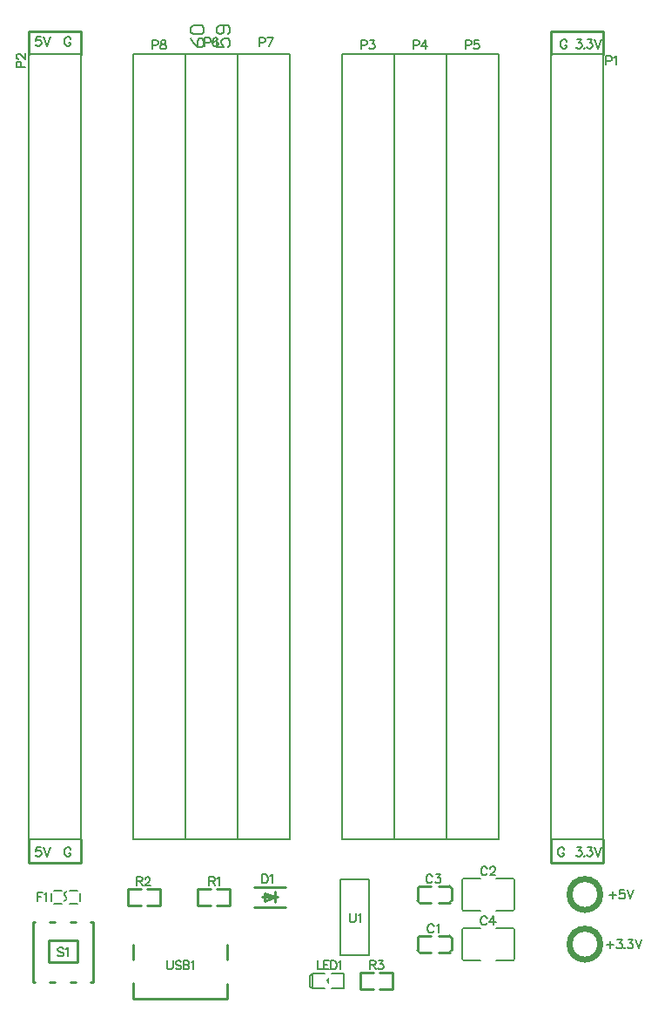
<source format=gto>
G04*
G04 #@! TF.GenerationSoftware,Altium Limited,Altium Designer,21.3.2 (30)*
G04*
G04 Layer_Color=65535*
%FSLAX25Y25*%
%MOIN*%
G70*
G04*
G04 #@! TF.SameCoordinates,2023AB48-87E7-4F87-960C-B21D90223C06*
G04*
G04*
G04 #@! TF.FilePolarity,Positive*
G04*
G01*
G75*
%ADD10C,0.00600*%
%ADD11C,0.02362*%
%ADD12C,0.01000*%
%ADD13C,0.00598*%
%ADD14C,0.00787*%
%ADD15C,0.00591*%
%ADD16C,0.00800*%
G36*
X131086Y5583D02*
X131126Y8417D01*
X130102Y7000D01*
X131086Y5583D01*
D02*
G37*
D10*
X201519Y14785D02*
G03*
X202118Y15385I0J600D01*
G01*
Y26615D02*
G03*
X201519Y27215I-600J0D01*
G01*
X181933Y15385D02*
G03*
X182533Y14785I600J0D01*
G01*
Y27215D02*
G03*
X181933Y26615I0J-600D01*
G01*
X201467Y33785D02*
G03*
X202067Y34385I0J600D01*
G01*
Y45615D02*
G03*
X201467Y46215I-600J0D01*
G01*
X181881Y34385D02*
G03*
X182482Y33785I600J0D01*
G01*
Y46215D02*
G03*
X181881Y45615I0J-600D01*
G01*
X202118Y15385D02*
Y26615D01*
X195081Y27215D02*
X201519D01*
X195081Y14785D02*
X201519D01*
X182533Y27215D02*
X188970D01*
X182533Y14785D02*
X188970D01*
X181933Y15385D02*
Y26615D01*
X202067Y34385D02*
Y45615D01*
X195030Y46215D02*
X201467D01*
X195030Y33785D02*
X201467D01*
X182482Y46215D02*
X188918D01*
X182482Y33785D02*
X188918D01*
X181881Y34385D02*
Y45615D01*
X146200Y16900D02*
Y45900D01*
X135200Y16900D02*
X146200D01*
X135200D02*
Y45900D01*
X146200D01*
X83434Y365919D02*
X84891D01*
X85377Y366081D01*
X85539Y366243D01*
X85701Y366567D01*
Y367052D01*
X85539Y367376D01*
X85377Y367538D01*
X84891Y367700D01*
X83434D01*
Y364300D01*
X88404Y367214D02*
X88242Y367538D01*
X87756Y367700D01*
X87433D01*
X86947Y367538D01*
X86623Y367052D01*
X86461Y366243D01*
Y365434D01*
X86623Y364786D01*
X86947Y364462D01*
X87433Y364300D01*
X87594D01*
X88080Y364462D01*
X88404Y364786D01*
X88566Y365272D01*
Y365434D01*
X88404Y365919D01*
X88080Y366243D01*
X87594Y366405D01*
X87433D01*
X86947Y366243D01*
X86623Y365919D01*
X86461Y365434D01*
X222028Y366190D02*
X221866Y366514D01*
X221542Y366837D01*
X221219Y366999D01*
X220571D01*
X220248Y366837D01*
X219924Y366514D01*
X219762Y366190D01*
X219600Y365704D01*
Y364895D01*
X219762Y364409D01*
X219924Y364086D01*
X220248Y363762D01*
X220571Y363600D01*
X221219D01*
X221542Y363762D01*
X221866Y364086D01*
X222028Y364409D01*
Y364895D01*
X221219D02*
X222028D01*
X225924Y366999D02*
X227704D01*
X226733Y365704D01*
X227219D01*
X227542Y365542D01*
X227704Y365381D01*
X227866Y364895D01*
Y364571D01*
X227704Y364086D01*
X227381Y363762D01*
X226895Y363600D01*
X226409D01*
X225924Y363762D01*
X225762Y363924D01*
X225600Y364247D01*
X228789Y363924D02*
X228627Y363762D01*
X228789Y363600D01*
X228951Y363762D01*
X228789Y363924D01*
X230019Y366999D02*
X231800D01*
X230828Y365704D01*
X231314D01*
X231638Y365542D01*
X231800Y365381D01*
X231961Y364895D01*
Y364571D01*
X231800Y364086D01*
X231476Y363762D01*
X230990Y363600D01*
X230505D01*
X230019Y363762D01*
X229857Y363924D01*
X229695Y364247D01*
X232722Y366999D02*
X234017Y363600D01*
X235312Y366999D02*
X234017Y363600D01*
X20542Y367999D02*
X18924D01*
X18762Y366542D01*
X18924Y366704D01*
X19409Y366866D01*
X19895D01*
X20381Y366704D01*
X20704Y366381D01*
X20866Y365895D01*
Y365571D01*
X20704Y365086D01*
X20381Y364762D01*
X19895Y364600D01*
X19409D01*
X18924Y364762D01*
X18762Y364924D01*
X18600Y365248D01*
X21627Y367999D02*
X22922Y364600D01*
X24217Y367999D02*
X22922Y364600D01*
X32028Y367190D02*
X31866Y367514D01*
X31542Y367837D01*
X31219Y367999D01*
X30571D01*
X30248Y367837D01*
X29924Y367514D01*
X29762Y367190D01*
X29600Y366704D01*
Y365895D01*
X29762Y365409D01*
X29924Y365086D01*
X30248Y364762D01*
X30571Y364600D01*
X31219D01*
X31542Y364762D01*
X31866Y365086D01*
X32028Y365409D01*
Y365895D01*
X31219D02*
X32028D01*
X225924Y57999D02*
X227704D01*
X226733Y56704D01*
X227219D01*
X227542Y56542D01*
X227704Y56381D01*
X227866Y55895D01*
Y55571D01*
X227704Y55086D01*
X227381Y54762D01*
X226895Y54600D01*
X226409D01*
X225924Y54762D01*
X225762Y54924D01*
X225600Y55247D01*
X228789Y54924D02*
X228627Y54762D01*
X228789Y54600D01*
X228951Y54762D01*
X228789Y54924D01*
X230019Y57999D02*
X231800D01*
X230828Y56704D01*
X231314D01*
X231638Y56542D01*
X231800Y56381D01*
X231961Y55895D01*
Y55571D01*
X231800Y55086D01*
X231476Y54762D01*
X230990Y54600D01*
X230505D01*
X230019Y54762D01*
X229857Y54924D01*
X229695Y55247D01*
X232722Y57999D02*
X234017Y54600D01*
X235312Y57999D02*
X234017Y54600D01*
X221028Y57190D02*
X220866Y57514D01*
X220542Y57837D01*
X220219Y57999D01*
X219571D01*
X219248Y57837D01*
X218924Y57514D01*
X218762Y57190D01*
X218600Y56704D01*
Y55895D01*
X218762Y55409D01*
X218924Y55086D01*
X219248Y54762D01*
X219571Y54600D01*
X220219D01*
X220542Y54762D01*
X220866Y55086D01*
X221028Y55409D01*
Y55895D01*
X220219D02*
X221028D01*
X32028Y57190D02*
X31866Y57514D01*
X31542Y57837D01*
X31219Y57999D01*
X30571D01*
X30248Y57837D01*
X29924Y57514D01*
X29762Y57190D01*
X29600Y56704D01*
Y55895D01*
X29762Y55409D01*
X29924Y55086D01*
X30248Y54762D01*
X30571Y54600D01*
X31219D01*
X31542Y54762D01*
X31866Y55086D01*
X32028Y55409D01*
Y55895D01*
X31219D02*
X32028D01*
X20542Y57999D02*
X18924D01*
X18762Y56542D01*
X18924Y56704D01*
X19409Y56866D01*
X19895D01*
X20381Y56704D01*
X20704Y56381D01*
X20866Y55895D01*
Y55571D01*
X20704Y55086D01*
X20381Y54762D01*
X19895Y54600D01*
X19409D01*
X18924Y54762D01*
X18762Y54924D01*
X18600Y55247D01*
X21627Y57999D02*
X22922Y54600D01*
X24217Y57999D02*
X22922Y54600D01*
X68966Y14700D02*
Y12272D01*
X69128Y11786D01*
X69451Y11462D01*
X69937Y11300D01*
X70261D01*
X70746Y11462D01*
X71070Y11786D01*
X71232Y12272D01*
Y14700D01*
X74437Y14214D02*
X74113Y14538D01*
X73628Y14700D01*
X72980D01*
X72495Y14538D01*
X72171Y14214D01*
Y13890D01*
X72333Y13567D01*
X72495Y13405D01*
X72818Y13243D01*
X73790Y12919D01*
X74113Y12757D01*
X74275Y12595D01*
X74437Y12272D01*
Y11786D01*
X74113Y11462D01*
X73628Y11300D01*
X72980D01*
X72495Y11462D01*
X72171Y11786D01*
X75198Y14700D02*
Y11300D01*
Y14700D02*
X76655D01*
X77140Y14538D01*
X77302Y14376D01*
X77464Y14052D01*
Y13728D01*
X77302Y13405D01*
X77140Y13243D01*
X76655Y13081D01*
X75198D02*
X76655D01*
X77140Y12919D01*
X77302Y12757D01*
X77464Y12433D01*
Y11948D01*
X77302Y11624D01*
X77140Y11462D01*
X76655Y11300D01*
X75198D01*
X78225Y14052D02*
X78549Y14214D01*
X79034Y14700D01*
Y11300D01*
X138993Y32700D02*
Y30272D01*
X139155Y29786D01*
X139478Y29462D01*
X139964Y29300D01*
X140288D01*
X140773Y29462D01*
X141097Y29786D01*
X141259Y30272D01*
Y32700D01*
X142198Y32052D02*
X142522Y32214D01*
X143007Y32700D01*
Y29300D01*
X238642Y22214D02*
Y19300D01*
X237185Y20757D02*
X240099D01*
X241426Y22700D02*
X243207D01*
X242236Y21405D01*
X242721D01*
X243045Y21243D01*
X243207Y21081D01*
X243369Y20595D01*
Y20272D01*
X243207Y19786D01*
X242883Y19462D01*
X242397Y19300D01*
X241912D01*
X241426Y19462D01*
X241264Y19624D01*
X241103Y19948D01*
X244291Y19624D02*
X244129Y19462D01*
X244291Y19300D01*
X244453Y19462D01*
X244291Y19624D01*
X245522Y22700D02*
X247302D01*
X246331Y21405D01*
X246816D01*
X247140Y21243D01*
X247302Y21081D01*
X247464Y20595D01*
Y20272D01*
X247302Y19786D01*
X246978Y19462D01*
X246493Y19300D01*
X246007D01*
X245522Y19462D01*
X245360Y19624D01*
X245198Y19948D01*
X248225Y22700D02*
X249520Y19300D01*
X250815Y22700D02*
X249520Y19300D01*
X239690Y41214D02*
Y38300D01*
X238233Y39757D02*
X241147D01*
X244093Y41700D02*
X242474D01*
X242312Y40243D01*
X242474Y40405D01*
X242959Y40567D01*
X243445D01*
X243931Y40405D01*
X244254Y40081D01*
X244416Y39595D01*
Y39272D01*
X244254Y38786D01*
X243931Y38462D01*
X243445Y38300D01*
X242959D01*
X242474Y38462D01*
X242312Y38624D01*
X242150Y38948D01*
X245177Y41700D02*
X246472Y38300D01*
X247767Y41700D02*
X246472Y38300D01*
X29348Y19214D02*
X29024Y19538D01*
X28539Y19700D01*
X27891D01*
X27406Y19538D01*
X27082Y19214D01*
Y18890D01*
X27244Y18567D01*
X27406Y18405D01*
X27729Y18243D01*
X28701Y17919D01*
X29024Y17757D01*
X29186Y17595D01*
X29348Y17272D01*
Y16786D01*
X29024Y16462D01*
X28539Y16300D01*
X27891D01*
X27406Y16462D01*
X27082Y16786D01*
X30109Y19052D02*
X30433Y19214D01*
X30918Y19700D01*
Y16300D01*
X146652Y14700D02*
Y11300D01*
Y14700D02*
X148109D01*
X148595Y14538D01*
X148757Y14376D01*
X148918Y14052D01*
Y13728D01*
X148757Y13405D01*
X148595Y13243D01*
X148109Y13081D01*
X146652D01*
X147785D02*
X148918Y11300D01*
X150003Y14700D02*
X151784D01*
X150812Y13405D01*
X151298D01*
X151622Y13243D01*
X151784Y13081D01*
X151945Y12595D01*
Y12272D01*
X151784Y11786D01*
X151460Y11462D01*
X150974Y11300D01*
X150489D01*
X150003Y11462D01*
X149841Y11624D01*
X149679Y11948D01*
X57353Y46700D02*
Y43300D01*
Y46700D02*
X58810D01*
X59296Y46538D01*
X59458Y46376D01*
X59620Y46052D01*
Y45728D01*
X59458Y45405D01*
X59296Y45243D01*
X58810Y45081D01*
X57353D01*
X58486D02*
X59620Y43300D01*
X60542Y45890D02*
Y46052D01*
X60704Y46376D01*
X60866Y46538D01*
X61190Y46700D01*
X61837D01*
X62161Y46538D01*
X62323Y46376D01*
X62485Y46052D01*
Y45728D01*
X62323Y45405D01*
X61999Y44919D01*
X60380Y43300D01*
X62647D01*
X85082Y46700D02*
Y43300D01*
Y46700D02*
X86539D01*
X87024Y46538D01*
X87186Y46376D01*
X87348Y46052D01*
Y45728D01*
X87186Y45405D01*
X87024Y45243D01*
X86539Y45081D01*
X85082D01*
X86215D02*
X87348Y43300D01*
X88109Y46052D02*
X88433Y46214D01*
X88918Y46700D01*
Y43300D01*
X63353Y364919D02*
X64810D01*
X65296Y365081D01*
X65458Y365243D01*
X65620Y365567D01*
Y366052D01*
X65458Y366376D01*
X65296Y366538D01*
X64810Y366700D01*
X63353D01*
Y363300D01*
X67190Y366700D02*
X66704Y366538D01*
X66542Y366214D01*
Y365890D01*
X66704Y365567D01*
X67028Y365405D01*
X67675Y365243D01*
X68161Y365081D01*
X68485Y364757D01*
X68647Y364434D01*
Y363948D01*
X68485Y363624D01*
X68323Y363462D01*
X67837Y363300D01*
X67190D01*
X66704Y363462D01*
X66542Y363624D01*
X66380Y363948D01*
Y364434D01*
X66542Y364757D01*
X66866Y365081D01*
X67352Y365243D01*
X67999Y365405D01*
X68323Y365567D01*
X68485Y365890D01*
Y366214D01*
X68323Y366538D01*
X67837Y366700D01*
X67190D01*
X104353Y365919D02*
X105810D01*
X106296Y366081D01*
X106458Y366243D01*
X106620Y366567D01*
Y367052D01*
X106458Y367376D01*
X106296Y367538D01*
X105810Y367700D01*
X104353D01*
Y364300D01*
X109647Y367700D02*
X108028Y364300D01*
X107380Y367700D02*
X109647D01*
X183353Y364919D02*
X184810D01*
X185296Y365081D01*
X185458Y365243D01*
X185620Y365567D01*
Y366052D01*
X185458Y366376D01*
X185296Y366538D01*
X184810Y366700D01*
X183353D01*
Y363300D01*
X188323Y366700D02*
X186704D01*
X186542Y365243D01*
X186704Y365405D01*
X187190Y365567D01*
X187675D01*
X188161Y365405D01*
X188485Y365081D01*
X188647Y364595D01*
Y364272D01*
X188485Y363786D01*
X188161Y363462D01*
X187675Y363300D01*
X187190D01*
X186704Y363462D01*
X186542Y363624D01*
X186380Y363948D01*
X163273Y364919D02*
X164729D01*
X165215Y365081D01*
X165377Y365243D01*
X165539Y365567D01*
Y366052D01*
X165377Y366376D01*
X165215Y366538D01*
X164729Y366700D01*
X163273D01*
Y363300D01*
X167918Y366700D02*
X166299Y364434D01*
X168728D01*
X167918Y366700D02*
Y363300D01*
X143353Y364919D02*
X144810D01*
X145296Y365081D01*
X145458Y365243D01*
X145620Y365567D01*
Y366052D01*
X145458Y366376D01*
X145296Y366538D01*
X144810Y366700D01*
X143353D01*
Y363300D01*
X146704Y366700D02*
X148485D01*
X147513Y365405D01*
X147999D01*
X148323Y365243D01*
X148485Y365081D01*
X148647Y364595D01*
Y364272D01*
X148485Y363786D01*
X148161Y363462D01*
X147675Y363300D01*
X147190D01*
X146704Y363462D01*
X146542Y363624D01*
X146380Y363948D01*
X13081Y356353D02*
Y357810D01*
X12919Y358296D01*
X12757Y358458D01*
X12433Y358620D01*
X11948D01*
X11624Y358458D01*
X11462Y358296D01*
X11300Y357810D01*
Y356353D01*
X14700D01*
X12110Y359542D02*
X11948D01*
X11624Y359704D01*
X11462Y359866D01*
X11300Y360190D01*
Y360837D01*
X11462Y361161D01*
X11624Y361323D01*
X11948Y361485D01*
X12272D01*
X12595Y361323D01*
X13081Y360999D01*
X14700Y359380D01*
Y361647D01*
X237082Y358919D02*
X238539D01*
X239024Y359081D01*
X239186Y359243D01*
X239348Y359567D01*
Y360052D01*
X239186Y360376D01*
X239024Y360538D01*
X238539Y360700D01*
X237082D01*
Y357300D01*
X240109Y360052D02*
X240433Y360214D01*
X240918Y360700D01*
Y357300D01*
X126589Y14700D02*
Y11300D01*
X128532D01*
X131008Y14700D02*
X128904D01*
Y11300D01*
X131008D01*
X128904Y13081D02*
X130199D01*
X131575Y14700D02*
Y11300D01*
Y14700D02*
X132708D01*
X133193Y14538D01*
X133517Y14214D01*
X133679Y13890D01*
X133841Y13405D01*
Y12595D01*
X133679Y12110D01*
X133517Y11786D01*
X133193Y11462D01*
X132708Y11300D01*
X131575D01*
X134602Y14052D02*
X134925Y14214D01*
X135411Y14700D01*
Y11300D01*
X19383Y40700D02*
Y37300D01*
Y40700D02*
X21488D01*
X19383Y39081D02*
X20678D01*
X21876Y40052D02*
X22200Y40214D01*
X22686Y40700D01*
Y37300D01*
X105389Y47700D02*
Y44300D01*
Y47700D02*
X106522D01*
X107008Y47538D01*
X107331Y47214D01*
X107493Y46890D01*
X107655Y46405D01*
Y45595D01*
X107493Y45110D01*
X107331Y44786D01*
X107008Y44462D01*
X106522Y44300D01*
X105389D01*
X108416Y47052D02*
X108740Y47214D01*
X109225Y47700D01*
Y44300D01*
X191523Y30890D02*
X191361Y31214D01*
X191037Y31538D01*
X190713Y31700D01*
X190066D01*
X189742Y31538D01*
X189418Y31214D01*
X189256Y30890D01*
X189094Y30405D01*
Y29595D01*
X189256Y29110D01*
X189418Y28786D01*
X189742Y28462D01*
X190066Y28300D01*
X190713D01*
X191037Y28462D01*
X191361Y28786D01*
X191523Y29110D01*
X194096Y31700D02*
X192478Y29434D01*
X194906D01*
X194096Y31700D02*
Y28300D01*
X170603Y46890D02*
X170442Y47214D01*
X170118Y47538D01*
X169794Y47700D01*
X169147D01*
X168823Y47538D01*
X168499Y47214D01*
X168337Y46890D01*
X168175Y46405D01*
Y45595D01*
X168337Y45110D01*
X168499Y44786D01*
X168823Y44462D01*
X169147Y44300D01*
X169794D01*
X170118Y44462D01*
X170442Y44786D01*
X170603Y45110D01*
X171882Y47700D02*
X173663D01*
X172692Y46405D01*
X173177D01*
X173501Y46243D01*
X173663Y46081D01*
X173825Y45595D01*
Y45272D01*
X173663Y44786D01*
X173339Y44462D01*
X172853Y44300D01*
X172368D01*
X171882Y44462D01*
X171720Y44624D01*
X171558Y44948D01*
X191603Y49890D02*
X191442Y50214D01*
X191118Y50538D01*
X190794Y50700D01*
X190147D01*
X189823Y50538D01*
X189499Y50214D01*
X189337Y49890D01*
X189175Y49405D01*
Y48595D01*
X189337Y48110D01*
X189499Y47786D01*
X189823Y47462D01*
X190147Y47300D01*
X190794D01*
X191118Y47462D01*
X191442Y47786D01*
X191603Y48110D01*
X192720Y49890D02*
Y50052D01*
X192882Y50376D01*
X193044Y50538D01*
X193368Y50700D01*
X194015D01*
X194339Y50538D01*
X194501Y50376D01*
X194663Y50052D01*
Y49728D01*
X194501Y49405D01*
X194177Y48919D01*
X192558Y47300D01*
X194825D01*
X171245Y27890D02*
X171083Y28214D01*
X170760Y28538D01*
X170436Y28700D01*
X169788D01*
X169465Y28538D01*
X169141Y28214D01*
X168979Y27890D01*
X168817Y27405D01*
Y26595D01*
X168979Y26110D01*
X169141Y25786D01*
X169465Y25462D01*
X169788Y25300D01*
X170436D01*
X170760Y25462D01*
X171083Y25786D01*
X171245Y26110D01*
X172200Y28052D02*
X172524Y28214D01*
X173010Y28700D01*
Y25300D01*
D11*
X234906Y21000D02*
G03*
X234906Y21000I-5906J0D01*
G01*
Y40000D02*
G03*
X234906Y40000I-5906J0D01*
G01*
D12*
X177165Y17850D02*
G03*
X177953Y18638I0J788D01*
G01*
Y23362D02*
G03*
X177165Y24150I-787J0D01*
G01*
X164961Y18638D02*
G03*
X165748Y17850I788J0D01*
G01*
X165748Y24150D02*
G03*
X164961Y23362I0J-787D01*
G01*
X165748Y43150D02*
G03*
X164961Y42362I0J-788D01*
G01*
X164961Y37638D02*
G03*
X165748Y36850I787J0D01*
G01*
X177953Y42362D02*
G03*
X177165Y43150I-788J0D01*
G01*
X177165Y36850D02*
G03*
X177953Y37638I0J787D01*
G01*
X236000Y361000D02*
Y370000D01*
X216000Y370000D02*
X236000Y370000D01*
X216000Y361000D02*
Y370000D01*
X36000Y361000D02*
Y370000D01*
X16000Y370000D02*
X36000Y370000D01*
X16000Y370000D02*
X16000Y361000D01*
X36000Y52000D02*
Y61000D01*
X16000Y52000D02*
X36000D01*
X16000D02*
Y61000D01*
X236000Y52000D02*
Y61000D01*
X216000Y52000D02*
X236000D01*
X216000D02*
Y61000D01*
X176968Y17850D02*
X177165D01*
X176968Y24150D02*
X177165D01*
X165748Y17850D02*
X165945D01*
X165748Y24150D02*
X165945D01*
X164961Y18638D02*
Y23362D01*
X173032Y17850D02*
X176968D01*
X173032Y24150D02*
X176968D01*
X165945Y17850D02*
X169882D01*
X165945Y24150D02*
X169882D01*
X177953Y18638D02*
Y23362D01*
X165748Y43150D02*
X165945D01*
X165748Y36850D02*
X165945Y36850D01*
X176969Y43150D02*
X177165D01*
X176969Y36850D02*
X177165Y36850D01*
X177953Y37638D02*
X177953Y42362D01*
X165945Y43150D02*
X169882D01*
X165945Y36850D02*
X169882Y36850D01*
X173031Y43150D02*
X176969D01*
X173031Y36850D02*
X176969Y36850D01*
X164961Y37638D02*
Y42362D01*
X106307Y37400D02*
X110307Y39000D01*
X106307Y37400D02*
Y40600D01*
X110307Y39000D01*
X102402Y35063D02*
X114213D01*
X102402Y42937D02*
X114213D01*
X110307Y41000D02*
X110307Y37000D01*
X105307Y39000D02*
X111307Y39000D01*
X143047Y3850D02*
Y10150D01*
X150333Y3870D02*
X155254D01*
X150333Y10170D02*
X155254D01*
X143047Y3850D02*
X147968D01*
X143047Y10150D02*
X147968D01*
X155254Y3870D02*
Y10170D01*
X23500Y14000D02*
Y22500D01*
Y14000D02*
X34500D01*
Y22500D01*
X23500D02*
X34500D01*
X17500Y29500D02*
X18247D01*
X17500Y6500D02*
Y29500D01*
X24005D02*
X26121D01*
X31879D02*
X33995D01*
X39753Y6500D02*
X40500D01*
Y29500D01*
X39753D02*
X40500D01*
X31879Y6500D02*
X33995D01*
X24005D02*
X26121D01*
X17500D02*
X18247D01*
X66252Y35850D02*
X66252Y42150D01*
X54045Y42130D02*
X58966Y42130D01*
X54045Y35830D02*
X58966Y35830D01*
X61330Y42150D02*
X66252D01*
X61330Y35850D02*
X66252D01*
X54045Y42130D02*
X54045Y35830D01*
X80748Y35850D02*
Y42150D01*
X88034Y35870D02*
X92955D01*
X88034Y42170D02*
X92955D01*
X80748Y35850D02*
X85670D01*
X80748Y42150D02*
X85670D01*
X92955Y35870D02*
Y42170D01*
X92110Y15047D02*
X92110Y20795D01*
X55890Y283D02*
Y5992D01*
X92110Y283D02*
Y5874D01*
X55890Y20677D02*
X55890Y15244D01*
X55890Y283D02*
X92110D01*
D13*
X29535Y37500D02*
G03*
X30160Y39250I124J942D01*
G01*
X30534Y41000D02*
G03*
X30156Y39250I-81J-898D01*
G01*
X24534Y37500D02*
Y40500D01*
X35535Y37500D02*
Y40500D01*
X31534Y41500D02*
X34534D01*
X31534Y36500D02*
X34534Y36500D01*
X25534Y41500D02*
X28534Y41500D01*
X25534Y36500D02*
X28534D01*
D14*
X96000Y61000D02*
Y361512D01*
X76000Y61000D02*
Y361512D01*
Y61000D02*
X96000D01*
X76000Y361512D02*
X96000D01*
X216000D02*
X236000D01*
X216000Y61000D02*
X236000D01*
X216000D02*
Y361512D01*
X236000Y61000D02*
Y361512D01*
X176000D02*
X196000D01*
X176000Y61000D02*
X196000D01*
X176000D02*
Y361512D01*
X196000Y61000D02*
Y361512D01*
X156000D02*
X176000D01*
X156000Y61000D02*
X176000D01*
X156000D02*
Y361512D01*
X176000Y61000D02*
Y361512D01*
X136000D02*
X156000D01*
X136000Y61000D02*
X156000D01*
X136000D02*
Y361512D01*
X156000Y61000D02*
Y361512D01*
X96000D02*
X116000D01*
X96000Y61000D02*
X116000D01*
X96000D02*
Y361512D01*
X116000Y61000D02*
Y361512D01*
X56000D02*
X76000D01*
X56000Y61000D02*
X76000D01*
X56000D02*
Y361512D01*
X76000Y61000D02*
Y361512D01*
X16000D02*
X36000D01*
X16000Y61000D02*
X36000D01*
X16000D02*
Y361512D01*
X36000Y61000D02*
Y361512D01*
D15*
X124669Y4126D02*
X129197Y4126D01*
X124669Y4126D02*
Y9835D01*
X129393D01*
X131834Y9874D02*
X136716Y9874D01*
X136716Y4165D02*
X136716Y9874D01*
X131834Y4165D02*
X136716Y4165D01*
X124551Y4126D02*
X124669D01*
X123763Y4913D02*
X124551Y4126D01*
X123763Y4913D02*
Y8929D01*
X123882Y9047D01*
X124669Y9835D01*
D16*
X78002Y367332D02*
X78835Y365666D01*
X80501Y364000D01*
X82167D01*
X83000Y364833D01*
Y366499D01*
X82167Y367332D01*
X81334D01*
X80501Y366499D01*
Y364000D01*
X78835Y368998D02*
X78002Y369831D01*
Y371498D01*
X78835Y372331D01*
X82167D01*
X83000Y371498D01*
Y369831D01*
X82167Y368998D01*
X78835D01*
X88002Y367332D02*
Y364000D01*
X90501D01*
X89668Y365666D01*
Y366499D01*
X90501Y367332D01*
X92167D01*
X93000Y366499D01*
Y364833D01*
X92167Y364000D01*
Y368998D02*
X93000Y369831D01*
Y371498D01*
X92167Y372331D01*
X88835D01*
X88002Y371498D01*
Y369831D01*
X88835Y368998D01*
X89668D01*
X90501Y369831D01*
Y372331D01*
M02*

</source>
